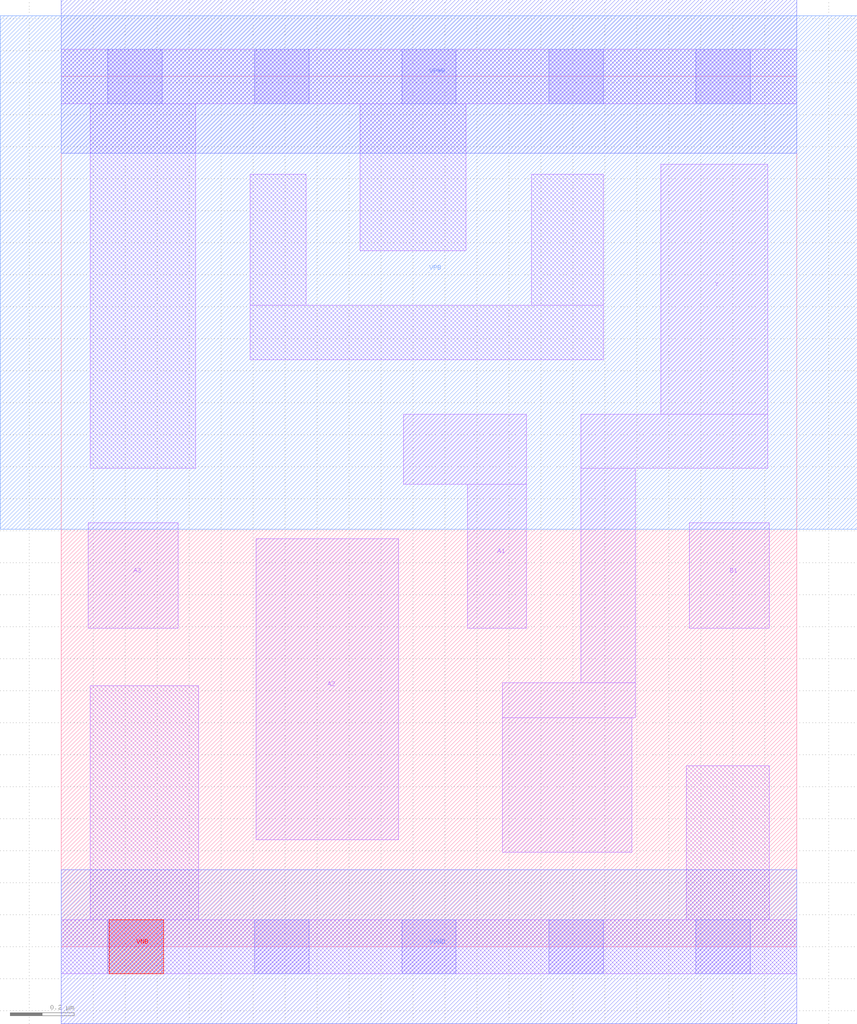
<source format=lef>
# Copyright 2020 The SkyWater PDK Authors
#
# Licensed under the Apache License, Version 2.0 (the "License");
# you may not use this file except in compliance with the License.
# You may obtain a copy of the License at
#
#     https://www.apache.org/licenses/LICENSE-2.0
#
# Unless required by applicable law or agreed to in writing, software
# distributed under the License is distributed on an "AS IS" BASIS,
# WITHOUT WARRANTIES OR CONDITIONS OF ANY KIND, either express or implied.
# See the License for the specific language governing permissions and
# limitations under the License.
#
# SPDX-License-Identifier: Apache-2.0

VERSION 5.7 ;
  NOWIREEXTENSIONATPIN ON ;
  DIVIDERCHAR "/" ;
  BUSBITCHARS "[]" ;
MACRO sky130_fd_sc_hd__a31oi_1
  CLASS CORE ;
  FOREIGN sky130_fd_sc_hd__a31oi_1 ;
  ORIGIN  0.000000  0.000000 ;
  SIZE  2.300000 BY  2.720000 ;
  SYMMETRY X Y R90 ;
  SITE unithd ;
  PIN A1
    ANTENNAGATEAREA  0.247500 ;
    DIRECTION INPUT ;
    USE SIGNAL ;
    PORT
      LAYER li1 ;
        RECT 1.070000 1.445000 1.455000 1.665000 ;
        RECT 1.270000 0.995000 1.455000 1.445000 ;
    END
  END A1
  PIN A2
    ANTENNAGATEAREA  0.247500 ;
    DIRECTION INPUT ;
    USE SIGNAL ;
    PORT
      LAYER li1 ;
        RECT 0.610000 0.335000 1.055000 1.275000 ;
    END
  END A2
  PIN A3
    ANTENNAGATEAREA  0.247500 ;
    DIRECTION INPUT ;
    USE SIGNAL ;
    PORT
      LAYER li1 ;
        RECT 0.085000 0.995000 0.365000 1.325000 ;
    END
  END A3
  PIN B1
    ANTENNAGATEAREA  0.247500 ;
    DIRECTION INPUT ;
    USE SIGNAL ;
    PORT
      LAYER li1 ;
        RECT 1.965000 0.995000 2.215000 1.325000 ;
    END
  END B1
  PIN VNB
    PORT
      LAYER pwell ;
        RECT 0.150000 -0.085000 0.320000 0.085000 ;
    END
  END VNB
  PIN VPB
    PORT
      LAYER nwell ;
        RECT -0.190000 1.305000 2.490000 2.910000 ;
    END
  END VPB
  PIN Y
    ANTENNADIFFAREA  0.481250 ;
    DIRECTION OUTPUT ;
    USE SIGNAL ;
    PORT
      LAYER li1 ;
        RECT 1.380000 0.295000 1.785000 0.715000 ;
        RECT 1.380000 0.715000 1.795000 0.825000 ;
        RECT 1.625000 0.825000 1.795000 1.495000 ;
        RECT 1.625000 1.495000 2.210000 1.665000 ;
        RECT 1.875000 1.665000 2.210000 2.445000 ;
    END
  END Y
  PIN VGND
    DIRECTION INOUT ;
    SHAPE ABUTMENT ;
    USE GROUND ;
    PORT
      LAYER met1 ;
        RECT 0.000000 -0.240000 2.300000 0.240000 ;
    END
  END VGND
  PIN VPWR
    DIRECTION INOUT ;
    SHAPE ABUTMENT ;
    USE POWER ;
    PORT
      LAYER met1 ;
        RECT 0.000000 2.480000 2.300000 2.960000 ;
    END
  END VPWR
  OBS
    LAYER li1 ;
      RECT 0.000000 -0.085000 2.300000 0.085000 ;
      RECT 0.000000  2.635000 2.300000 2.805000 ;
      RECT 0.090000  0.085000 0.430000 0.815000 ;
      RECT 0.090000  1.495000 0.420000 2.635000 ;
      RECT 0.590000  1.835000 1.695000 2.005000 ;
      RECT 0.590000  2.005000 0.765000 2.415000 ;
      RECT 0.935000  2.175000 1.265000 2.635000 ;
      RECT 1.470000  2.005000 1.695000 2.415000 ;
      RECT 1.955000  0.085000 2.215000 0.565000 ;
    LAYER mcon ;
      RECT 0.145000 -0.085000 0.315000 0.085000 ;
      RECT 0.145000  2.635000 0.315000 2.805000 ;
      RECT 0.605000 -0.085000 0.775000 0.085000 ;
      RECT 0.605000  2.635000 0.775000 2.805000 ;
      RECT 1.065000 -0.085000 1.235000 0.085000 ;
      RECT 1.065000  2.635000 1.235000 2.805000 ;
      RECT 1.525000 -0.085000 1.695000 0.085000 ;
      RECT 1.525000  2.635000 1.695000 2.805000 ;
      RECT 1.985000 -0.085000 2.155000 0.085000 ;
      RECT 1.985000  2.635000 2.155000 2.805000 ;
  END
END sky130_fd_sc_hd__a31oi_1
END LIBRARY

</source>
